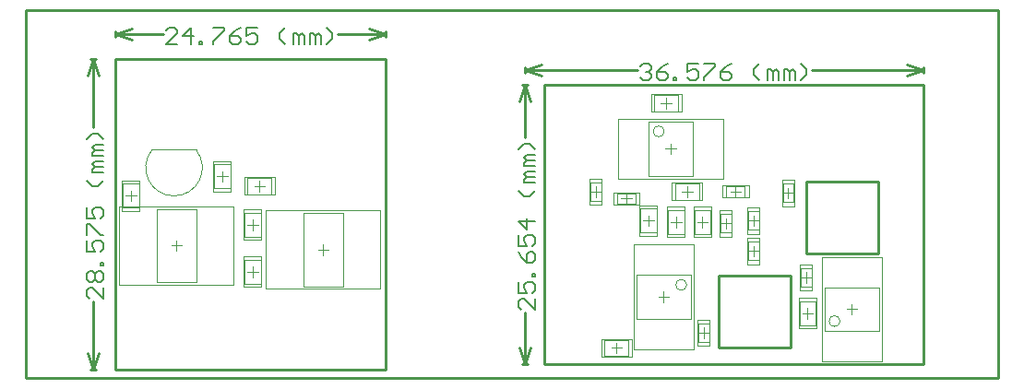
<source format=gko>
G04 Layer_Color=16711935*
%FSLAX25Y25*%
%MOIN*%
G70*
G01*
G75*
%ADD18C,0.01000*%
%ADD19C,0.00394*%
%ADD20C,0.00197*%
%ADD40C,0.00600*%
D18*
X522000Y203000D02*
X524000D01*
X522000Y102000D02*
X524000D01*
X523000Y203000D02*
X525000Y197000D01*
X521000D02*
X523000Y203000D01*
Y102000D02*
X525000Y108000D01*
X521000D02*
X523000Y102000D01*
Y184090D02*
Y203000D01*
Y102000D02*
Y120910D01*
X667000Y207500D02*
Y209500D01*
X523000Y207500D02*
Y209500D01*
X661000Y206500D02*
X667000Y208500D01*
X661000Y210500D02*
X667000Y208500D01*
X523000D02*
X529000Y206500D01*
X523000Y208500D02*
X529000Y210500D01*
X626590Y208500D02*
X667000D01*
X523000D02*
X563410D01*
X375000Y100000D02*
X472500D01*
Y212500D01*
X375000D02*
X472500D01*
X375000Y100000D02*
Y212500D01*
X536000Y203000D02*
X549500D01*
X530000Y102000D02*
X667000D01*
Y203000D01*
X549500D02*
X667000D01*
X530000D02*
X536000D01*
X530000Y102000D02*
Y203000D01*
X375000Y221500D02*
X392160D01*
X455340D02*
X472500D01*
X375000D02*
X381000Y223500D01*
X375000Y221500D02*
X381000Y219500D01*
X466500Y223500D02*
X472500Y221500D01*
X466500Y219500D02*
X472500Y221500D01*
X375000Y220500D02*
Y222500D01*
X472500Y220500D02*
Y222500D01*
X367000Y100000D02*
Y124660D01*
Y187840D02*
Y212500D01*
X365000Y106000D02*
X367000Y100000D01*
X369000Y106000D01*
X365000Y206500D02*
X367000Y212500D01*
X369000Y206500D01*
X366000Y100000D02*
X368000D01*
X366000Y212500D02*
X368000D01*
X593000Y134000D02*
X619000D01*
X593000Y108000D02*
Y134000D01*
Y108000D02*
X618992D01*
Y133992D01*
X624500Y142000D02*
Y168000D01*
Y142000D02*
X650500D01*
Y167992D01*
X624508D02*
X650500D01*
X342500Y97000D02*
X429000D01*
X342500Y230000D02*
X694000D01*
Y97000D02*
Y230000D01*
X429000Y97000D02*
X694000D01*
X342500D02*
Y230000D01*
D19*
X388000Y179500D02*
G03*
X404133Y179500I8066J-6302D01*
G01*
X387934Y179799D02*
X404066D01*
X573138Y186299D02*
G03*
X573138Y186299I-1969J0D01*
G01*
X581268Y130831D02*
G03*
X581268Y130831I-1969J0D01*
G01*
X636669Y117669D02*
G03*
X636669Y117669I-1969J0D01*
G01*
X457283Y130311D02*
Y156689D01*
X442717Y130311D02*
Y156689D01*
Y130311D02*
X457283D01*
X442717Y156689D02*
X457283D01*
X404283Y131811D02*
Y158189D01*
X389717Y131811D02*
Y158189D01*
Y131811D02*
X404283D01*
X389717Y158189D02*
X404283D01*
X431331Y163646D02*
Y169354D01*
X422669Y163646D02*
Y169354D01*
Y163646D02*
X431331D01*
X422669Y169354D02*
X431331D01*
X410646Y174331D02*
X416354D01*
X410646Y165669D02*
X416354D01*
Y174331D01*
X410646Y165669D02*
Y174331D01*
X377646Y167331D02*
X383354D01*
X377646Y158669D02*
X383354D01*
Y167331D01*
X377646Y158669D02*
Y167331D01*
X421646Y139831D02*
X427354D01*
X421646Y131169D02*
X427354D01*
Y139831D01*
X421646Y131169D02*
Y139831D01*
Y156831D02*
X427354D01*
X421646Y148169D02*
X427354D01*
Y156831D01*
X421646Y148169D02*
Y156831D01*
X622146Y124831D02*
X627854D01*
X622146Y116169D02*
X627854D01*
Y124831D01*
X622146Y116169D02*
Y124831D01*
X551669Y105146D02*
Y110854D01*
X560331Y105146D02*
Y110854D01*
X551669D02*
X560331D01*
X551669Y105146D02*
X560331D01*
X569569Y193646D02*
Y199354D01*
X578231Y193646D02*
Y199354D01*
X569569D02*
X578231D01*
X569569Y193646D02*
X578231D01*
X589854Y149169D02*
Y157831D01*
X584146Y149169D02*
Y157831D01*
X589854D01*
X584146Y149169D02*
X589854D01*
X546630Y167846D02*
X550370D01*
X546630Y161154D02*
X550370D01*
Y167846D01*
X546630Y161154D02*
Y167846D01*
X574646Y149169D02*
Y157831D01*
X580354Y149169D02*
Y157831D01*
X574646Y149169D02*
X580354D01*
X574646Y157831D02*
X580354D01*
X577169Y161646D02*
X585831D01*
X577169Y167354D02*
X585831D01*
Y161646D02*
Y167354D01*
X577169Y161646D02*
Y167354D01*
X564646Y149669D02*
Y158331D01*
X570354Y149669D02*
Y158331D01*
X564646Y149669D02*
X570354D01*
X564646Y158331D02*
X570354D01*
X567626Y170157D02*
Y189843D01*
X583374Y170157D02*
Y189843D01*
X567626D02*
X583374D01*
X567626Y170157D02*
X583374D01*
X563157Y134374D02*
X582843D01*
X563157Y118626D02*
X582843D01*
Y134374D01*
X563157Y118626D02*
Y134374D01*
X631157Y114126D02*
X650843D01*
X631157Y129874D02*
X650843D01*
X631157Y114126D02*
Y129874D01*
X650843Y114126D02*
Y129874D01*
X593630Y149654D02*
X597370D01*
X593630Y156346D02*
X597370D01*
X593630Y149654D02*
Y156346D01*
X597370Y149654D02*
Y156346D01*
X562846Y160130D02*
Y163870D01*
X556154Y160130D02*
Y163870D01*
Y160130D02*
X562846D01*
X556154Y163870D02*
X562846D01*
X595654Y162630D02*
Y166370D01*
X602346Y162630D02*
Y166370D01*
X595654D02*
X602346D01*
X595654Y162630D02*
X602346D01*
X603630Y146346D02*
X607370D01*
X603630Y139654D02*
X607370D01*
Y146346D01*
X603630Y139654D02*
Y146346D01*
X616130Y167346D02*
X619870D01*
X616130Y160654D02*
X619870D01*
Y167346D01*
X616130Y160654D02*
Y167346D01*
X585630Y116846D02*
X589370D01*
X585630Y110154D02*
X589370D01*
Y116846D01*
X585630Y110154D02*
Y116846D01*
X603630Y157346D02*
X607370D01*
X603630Y150654D02*
X607370D01*
Y157346D01*
X603630Y150654D02*
Y157346D01*
X622630Y130154D02*
X626370D01*
X622630Y136846D02*
X626370D01*
X622630Y130154D02*
Y136846D01*
X626370Y130154D02*
Y136846D01*
X448031Y143500D02*
X451968D01*
X450000Y141531D02*
Y145469D01*
X395031Y145000D02*
X398968D01*
X397000Y143031D02*
Y146969D01*
X432512Y163350D02*
Y169650D01*
X421488Y163350D02*
Y169650D01*
Y163350D02*
X432512D01*
X421488Y169650D02*
X432512D01*
X425031Y166500D02*
X428968D01*
X427000Y164531D02*
Y168468D01*
X410350Y175512D02*
X416650D01*
X410350Y164488D02*
X416650D01*
Y175512D01*
X410350Y164488D02*
Y175512D01*
X413500Y168031D02*
Y171968D01*
X411532Y170000D02*
X415469D01*
X377350Y168512D02*
X383650D01*
X377350Y157488D02*
X383650D01*
Y168512D01*
X377350Y157488D02*
Y168512D01*
X380500Y161031D02*
Y164968D01*
X378532Y163000D02*
X382469D01*
X421350Y141012D02*
X427650D01*
X421350Y129988D02*
X427650D01*
Y141012D01*
X421350Y129988D02*
Y141012D01*
X424500Y133531D02*
Y137468D01*
X422532Y135500D02*
X426469D01*
X421350Y158012D02*
X427650D01*
X421350Y146988D02*
X427650D01*
Y158012D01*
X421350Y146988D02*
Y158012D01*
X424500Y150531D02*
Y154468D01*
X422532Y152500D02*
X426469D01*
X621850Y126012D02*
X628150D01*
X621850Y114988D02*
X628150D01*
Y126012D01*
X621850Y114988D02*
Y126012D01*
X625000Y118531D02*
Y122468D01*
X623032Y120500D02*
X626969D01*
X550488Y104850D02*
Y111150D01*
X561512Y104850D02*
Y111150D01*
X550488D02*
X561512D01*
X550488Y104850D02*
X561512D01*
X554032Y108000D02*
X557969D01*
X556000Y106032D02*
Y109969D01*
X568388Y193350D02*
Y199650D01*
X579412Y193350D02*
Y199650D01*
X568388D02*
X579412D01*
X568388Y193350D02*
X579412D01*
X571932Y196500D02*
X575869D01*
X573900Y194532D02*
Y198469D01*
X585031Y153500D02*
X588968D01*
X587000Y151532D02*
Y155469D01*
X590150Y147988D02*
Y159012D01*
X583850Y147988D02*
Y159012D01*
X590150D01*
X583850Y147988D02*
X590150D01*
X546335Y169224D02*
X550665D01*
X546335Y159776D02*
X550665D01*
Y169224D01*
X546335Y159776D02*
Y169224D01*
X548500Y162630D02*
Y166370D01*
X546630Y164500D02*
X550370D01*
X575532Y153500D02*
X579469D01*
X577500Y151531D02*
Y155468D01*
X574350Y147988D02*
Y159012D01*
X580650Y147988D02*
Y159012D01*
X574350Y147988D02*
X580650D01*
X574350Y159012D02*
X580650D01*
X581500Y162532D02*
Y166469D01*
X579532Y164500D02*
X583469D01*
X575988Y161350D02*
X587012D01*
X575988Y167650D02*
X587012D01*
Y161350D02*
Y167650D01*
X575988Y161350D02*
Y167650D01*
X565532Y154000D02*
X569469D01*
X567500Y152031D02*
Y155968D01*
X564350Y148488D02*
Y159512D01*
X570650Y148488D02*
Y159512D01*
X564350Y148488D02*
X570650D01*
X564350Y159512D02*
X570650D01*
X573532Y180000D02*
X577469D01*
X575500Y178031D02*
Y181968D01*
X573000Y124531D02*
Y128468D01*
X571032Y126500D02*
X574969D01*
X641000Y120031D02*
Y123968D01*
X639031Y122000D02*
X642968D01*
X593335Y148276D02*
X597665D01*
X593335Y157724D02*
X597665D01*
X593335Y148276D02*
Y157724D01*
X597665Y148276D02*
Y157724D01*
X595500Y151130D02*
Y154870D01*
X593630Y153000D02*
X597370D01*
X564224Y159835D02*
Y164165D01*
X554776Y159835D02*
Y164165D01*
Y159835D02*
X564224D01*
X554776Y164165D02*
X564224D01*
X557630Y162000D02*
X561370D01*
X559500Y160130D02*
Y163870D01*
X594276Y162335D02*
Y166665D01*
X603724Y162335D02*
Y166665D01*
X594276D02*
X603724D01*
X594276Y162335D02*
X603724D01*
X597130Y164500D02*
X600870D01*
X599000Y162630D02*
Y166370D01*
X603335Y147724D02*
X607665D01*
X603335Y138276D02*
X607665D01*
Y147724D01*
X603335Y138276D02*
Y147724D01*
X605500Y141130D02*
Y144870D01*
X603630Y143000D02*
X607370D01*
X615835Y168724D02*
X620165D01*
X615835Y159276D02*
X620165D01*
Y168724D01*
X615835Y159276D02*
Y168724D01*
X618000Y162130D02*
Y165870D01*
X616130Y164000D02*
X619870D01*
X585335Y118224D02*
X589665D01*
X585335Y108776D02*
X589665D01*
Y118224D01*
X585335Y108776D02*
Y118224D01*
X587500Y111630D02*
Y115370D01*
X585630Y113500D02*
X589370D01*
X603335Y158724D02*
X607665D01*
X603335Y149276D02*
X607665D01*
Y158724D01*
X603335Y149276D02*
Y158724D01*
X605500Y152130D02*
Y155870D01*
X603630Y154000D02*
X607370D01*
X622335Y128776D02*
X626665D01*
X622335Y138224D02*
X626665D01*
X622335Y128776D02*
Y138224D01*
X626665Y128776D02*
Y138224D01*
X624500Y131630D02*
Y135370D01*
X622630Y133500D02*
X626370D01*
D20*
X470669Y129327D02*
Y157673D01*
X429331Y129327D02*
Y157673D01*
Y129327D02*
X470669D01*
X429331Y157673D02*
X470669D01*
X417669Y130827D02*
Y159173D01*
X376331Y130827D02*
Y159173D01*
Y130827D02*
X417669D01*
X376331Y159173D02*
X417669D01*
X556602Y169173D02*
Y190827D01*
X594398Y169173D02*
Y190827D01*
X556602D02*
X594398D01*
X556602Y169173D02*
X594398D01*
X562173Y145398D02*
X583827D01*
X562173Y107602D02*
X583827D01*
Y145398D01*
X562173Y107602D02*
Y145398D01*
X630173Y103102D02*
X651827D01*
X630173Y140898D02*
X651827D01*
X630173Y103102D02*
Y140898D01*
X651827Y103102D02*
Y140898D01*
D40*
X526599Y125908D02*
Y121910D01*
X522600Y125908D01*
X521601D01*
X520601Y124909D01*
Y122909D01*
X521601Y121910D01*
X520601Y131906D02*
Y127908D01*
X523600D01*
X522600Y129907D01*
Y130907D01*
X523600Y131906D01*
X525599D01*
X526599Y130907D01*
Y128907D01*
X525599Y127908D01*
X526599Y133906D02*
X525599D01*
Y134906D01*
X526599D01*
Y133906D01*
X520601Y142903D02*
X521601Y140903D01*
X523600Y138904D01*
X525599D01*
X526599Y139904D01*
Y141903D01*
X525599Y142903D01*
X524600D01*
X523600Y141903D01*
Y138904D01*
X520601Y148901D02*
Y144902D01*
X523600D01*
X522600Y146902D01*
Y147901D01*
X523600Y148901D01*
X525599D01*
X526599Y147901D01*
Y145902D01*
X525599Y144902D01*
X526599Y153899D02*
X520601D01*
X523600Y150900D01*
Y154899D01*
X526599Y164896D02*
X524600Y162896D01*
X522600D01*
X520601Y164896D01*
X526599Y167895D02*
X522600D01*
Y168895D01*
X523600Y169894D01*
X526599D01*
X523600D01*
X522600Y170894D01*
X523600Y171894D01*
X526599D01*
Y173893D02*
X522600D01*
Y174893D01*
X523600Y175892D01*
X526599D01*
X523600D01*
X522600Y176892D01*
X523600Y177892D01*
X526599D01*
Y179891D02*
X524600Y181890D01*
X522600D01*
X520601Y179891D01*
X564410Y209899D02*
X565409Y210899D01*
X567409D01*
X568408Y209899D01*
Y208900D01*
X567409Y207900D01*
X566409D01*
X567409D01*
X568408Y206900D01*
Y205901D01*
X567409Y204901D01*
X565409D01*
X564410Y205901D01*
X574406Y210899D02*
X572407Y209899D01*
X570408Y207900D01*
Y205901D01*
X571407Y204901D01*
X573407D01*
X574406Y205901D01*
Y206900D01*
X573407Y207900D01*
X570408D01*
X576406Y204901D02*
Y205901D01*
X577406D01*
Y204901D01*
X576406D01*
X585403Y210899D02*
X581404D01*
Y207900D01*
X583403Y208900D01*
X584403D01*
X585403Y207900D01*
Y205901D01*
X584403Y204901D01*
X582404D01*
X581404Y205901D01*
X587402Y210899D02*
X591401D01*
Y209899D01*
X587402Y205901D01*
Y204901D01*
X597399Y210899D02*
X595400Y209899D01*
X593400Y207900D01*
Y205901D01*
X594400Y204901D01*
X596399D01*
X597399Y205901D01*
Y206900D01*
X596399Y207900D01*
X593400D01*
X607396Y204901D02*
X605396Y206900D01*
Y208900D01*
X607396Y210899D01*
X610395Y204901D02*
Y208900D01*
X611395D01*
X612394Y207900D01*
Y204901D01*
Y207900D01*
X613394Y208900D01*
X614394Y207900D01*
Y204901D01*
X616393D02*
Y208900D01*
X617393D01*
X618392Y207900D01*
Y204901D01*
Y207900D01*
X619392Y208900D01*
X620392Y207900D01*
Y204901D01*
X622391D02*
X624390Y206900D01*
Y208900D01*
X622391Y210899D01*
X397158Y217901D02*
X393160D01*
X397158Y221900D01*
Y222899D01*
X396159Y223899D01*
X394159D01*
X393160Y222899D01*
X402157Y217901D02*
Y223899D01*
X399158Y220900D01*
X403157D01*
X405156Y217901D02*
Y218901D01*
X406155D01*
Y217901D01*
X405156D01*
X410154Y223899D02*
X414153D01*
Y222899D01*
X410154Y218901D01*
Y217901D01*
X420151Y223899D02*
X418152Y222899D01*
X416152Y220900D01*
Y218901D01*
X417152Y217901D01*
X419151D01*
X420151Y218901D01*
Y219900D01*
X419151Y220900D01*
X416152D01*
X426149Y223899D02*
X422150D01*
Y220900D01*
X424150Y221900D01*
X425149D01*
X426149Y220900D01*
Y218901D01*
X425149Y217901D01*
X423150D01*
X422150Y218901D01*
X436146Y217901D02*
X434146Y219900D01*
Y221900D01*
X436146Y223899D01*
X439145Y217901D02*
Y221900D01*
X440144D01*
X441144Y220900D01*
Y217901D01*
Y220900D01*
X442144Y221900D01*
X443144Y220900D01*
Y217901D01*
X445143D02*
Y221900D01*
X446143D01*
X447142Y220900D01*
Y217901D01*
Y220900D01*
X448142Y221900D01*
X449142Y220900D01*
Y217901D01*
X451141D02*
X453140Y219900D01*
Y221900D01*
X451141Y223899D01*
X370599Y129658D02*
Y125660D01*
X366600Y129658D01*
X365601D01*
X364601Y128659D01*
Y126659D01*
X365601Y125660D01*
Y131658D02*
X364601Y132657D01*
Y134657D01*
X365601Y135656D01*
X366600D01*
X367600Y134657D01*
X368600Y135656D01*
X369599D01*
X370599Y134657D01*
Y132657D01*
X369599Y131658D01*
X368600D01*
X367600Y132657D01*
X366600Y131658D01*
X365601D01*
X367600Y132657D02*
Y134657D01*
X370599Y137656D02*
X369599D01*
Y138655D01*
X370599D01*
Y137656D01*
X364601Y146653D02*
Y142654D01*
X367600D01*
X366600Y144653D01*
Y145653D01*
X367600Y146653D01*
X369599D01*
X370599Y145653D01*
Y143654D01*
X369599Y142654D01*
X364601Y148652D02*
Y152651D01*
X365601D01*
X369599Y148652D01*
X370599D01*
X364601Y158649D02*
Y154650D01*
X367600D01*
X366600Y156650D01*
Y157649D01*
X367600Y158649D01*
X369599D01*
X370599Y157649D01*
Y155650D01*
X369599Y154650D01*
X370599Y168646D02*
X368600Y166646D01*
X366600D01*
X364601Y168646D01*
X370599Y171645D02*
X366600D01*
Y172644D01*
X367600Y173644D01*
X370599D01*
X367600D01*
X366600Y174644D01*
X367600Y175644D01*
X370599D01*
Y177643D02*
X366600D01*
Y178643D01*
X367600Y179642D01*
X370599D01*
X367600D01*
X366600Y180642D01*
X367600Y181642D01*
X370599D01*
Y183641D02*
X368600Y185640D01*
X366600D01*
X364601Y183641D01*
M02*

</source>
